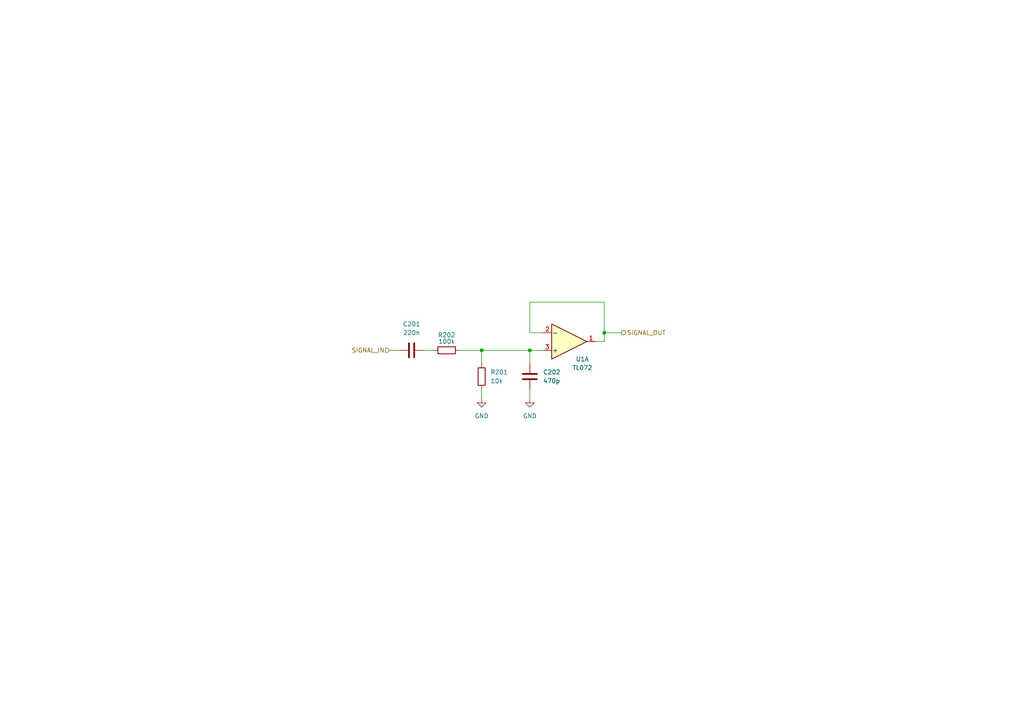
<source format=kicad_sch>
(kicad_sch (version 20211123) (generator eeschema)
  (paper "A4")
  (title_block (title "SSI2140 12-Stage Phase Shifter") (date "2022-10-11") (rev "0") (comment 1 "creativecommons.org/licences/by/4.0") (comment 2 "Licence: CC by 4.0") (comment 3 "Author: Jordan Aceto"))
  (lib_symbols
    (symbol "Amplifier_Operational:TL072" (pin_names (offset 0.127))
      (property "Reference" "U" (at 0 5.08 0))
      (property "Value" "TL072" (at 0 -5.08 0))
      (symbol "TL072_1_1"
        (polyline (pts (xy -5.08 5.08) (xy 5.08 0) (xy -5.08 -5.08) (xy -5.08 5.08)) (stroke (width 0.254)) (fill (type background)))
        (pin output line (at 7.62 0 180) (length 2.54) (name "~") (number "1"))
        (pin input line (at -7.62 -2.54 0) (length 2.54) (name "-") (number "2"))
        (pin input line (at -7.62 2.54 0) (length 2.54) (name "+") (number "3"))
      )
      (symbol "TL072_2_1"
        (polyline (pts (xy -5.08 5.08) (xy 5.08 0) (xy -5.08 -5.08) (xy -5.08 5.08)) (stroke (width 0.254)) (fill (type background)))
        (pin input line (at -7.62 2.54 0) (length 2.54) (name "+") (number "5"))
        (pin input line (at -7.62 -2.54 0) (length 2.54) (name "-") (number "6"))
        (pin output line (at 7.62 0 180) (length 2.54) (name "~") (number "7"))
      )
      (symbol "TL072_3_1"
        (pin power_in line (at -2.54 -7.62 90) (length 3.81) (name "V-") (number "4"))
        (pin power_in line (at -2.54 7.62 270) (length 3.81) (name "V+") (number "8"))
      )
    )
    (symbol "Device:C" (pin_numbers hide) (pin_names (offset 0.254))
      (property "Reference" "C" (at 0.635 2.54 0))
      (property "Value" "C" (at 0.635 -2.54 0))
      (symbol "C_0_1"
        (polyline (pts (xy -2.032 -0.762) (xy 2.032 -0.762)) (stroke (width 0.508)))
        (polyline (pts (xy -2.032 0.762) (xy 2.032 0.762)) (stroke (width 0.508)))
      )
      (symbol "C_1_1"
        (pin passive line (at 0 3.81 270) (length 2.794) (name "~") (number "1"))
        (pin passive line (at 0 -3.81 90) (length 2.794) (name "~") (number "2"))
      )
    )
    (symbol "Device:R" (pin_numbers hide) (pin_names (offset 0))
      (property "Reference" "R" (at 2.032 0 90))
      (property "Value" "R" (at 0 0 90))
      (symbol "R_0_1"
        (rectangle (start -1.016 -2.54) (end 1.016 2.54) (stroke (width 0.254)))
      )
      (symbol "R_1_1"
        (pin passive line (at 0 3.81 270) (length 1.27) (name "~") (number "1"))
        (pin passive line (at 0 -3.81 90) (length 1.27) (name "~") (number "2"))
      )
    )
    (symbol "power:GND" (power) (pin_names (offset 0))
      (property "Value" "GND" (at 0 -3.81 0))
      (symbol "GND_0_1"
        (polyline (pts (xy 0 0) (xy 0 -1.27) (xy 1.27 -1.27) (xy 0 -2.54) (xy -1.27 -1.27) (xy 0 -1.27)))
      )
      (symbol "GND_1_1"
        (pin power_in line (at 0 0 270) (length 0) hide (name "GND") (number "1"))
      )
    )
  )
  (junction (at 175.26 96.52))
  (junction (at 139.7 101.6))
  (junction (at 153.67 101.6))
  (wire (pts (xy 133.35 101.6) (xy 139.7 101.6)))
  (wire (pts (xy 153.67 87.63) (xy 153.67 96.52)))
  (wire (pts (xy 175.26 96.52) (xy 175.26 99.06)))
  (wire (pts (xy 139.7 101.6) (xy 139.7 105.41)))
  (wire (pts (xy 175.26 87.63) (xy 175.26 96.52)))
  (wire (pts (xy 153.67 101.6) (xy 157.48 101.6)))
  (wire (pts (xy 175.26 96.52) (xy 180.34 96.52)))
  (wire (pts (xy 153.67 101.6) (xy 153.67 105.41)))
  (wire (pts (xy 139.7 115.57) (xy 139.7 113.03)))
  (wire (pts (xy 157.48 96.52) (xy 153.67 96.52)))
  (wire (pts (xy 139.7 101.6) (xy 153.67 101.6)))
  (wire (pts (xy 153.67 115.57) (xy 153.67 113.03)))
  (wire (pts (xy 175.26 99.06) (xy 172.72 99.06)))
  (wire (pts (xy 123.19 101.6) (xy 125.73 101.6)))
  (wire (pts (xy 153.67 87.63) (xy 175.26 87.63)))
  (wire (pts (xy 113.03 101.6) (xy 115.57 101.6)))
  (hierarchical_label "SIGNAL_OUT" (shape output) (at 180.34 96.52 0))
  (hierarchical_label "SIGNAL_IN" (shape input) (at 113.03 101.6 180))
  (symbol (lib_id "Amplifier_Operational:TL072") (at 165.1 99.06 0) (mirror x) (unit 1)
    (property "Reference" "U1" (at 168.91 104.14 0))
    (property "Value" "TL072" (at 168.91 106.68 0))
    (property "Footprint" "Package_SO:SOIC-8_3.9x4.9mm_P1.27mm" (effects hide))
    (property "Datasheet" "http://www.ti.com/lit/ds/symlink/tl071.pdf" (effects hide))
  )
  (symbol (lib_id "Device:C") (at 119.38 101.6 270) (unit 1)
    (property "Reference" "C201" (at 119.38 93.98 90))
    (property "Value" "220n" (at 119.38 96.52 90))
    (property "Footprint" "Capacitor_THT:C_Rect_L7.0mm_W2.5mm_P5.00mm" (effects hide))
  )
  (symbol (lib_id "Device:R") (at 139.7 109.22 0) (mirror y) (unit 1)
    (property "Reference" "R201" (at 142.24 107.9499 0) (effects (justify right)))
    (property "Value" "10k" (at 142.24 110.4899 0) (effects (justify right)))
    (property "Footprint" "Resistor_SMD:R_0603_1608Metric" (effects hide))
  )
  (symbol (lib_id "power:GND") (at 153.67 115.57 0) (mirror y) (unit 1)
    (property "Reference" "#PWR0202" (effects hide))
    (property "Value" "GND" (at 153.67 120.65 0))
  )
  (symbol (lib_id "Device:C") (at 153.67 109.22 180) (unit 1)
    (property "Reference" "C202" (at 157.48 107.9499 0) (effects (justify right)))
    (property "Value" "470p" (at 157.48 110.4899 0) (effects (justify right)))
    (property "Footprint" "Capacitor_SMD:C_0603_1608Metric" (effects hide))
  )
  (symbol (lib_id "Device:R") (at 129.54 101.6 270) (mirror x) (unit 1)
    (property "Reference" "R202" (at 129.54 97.155 90))
    (property "Value" "100k" (at 129.54 99.06 90))
    (property "Footprint" "Resistor_SMD:R_0603_1608Metric" (effects hide))
  )
  (symbol (lib_id "power:GND") (at 139.7 115.57 0) (mirror y) (unit 1)
    (property "Reference" "#PWR0201" (effects hide))
    (property "Value" "GND" (at 139.7 120.65 0))
  )
)
</source>
